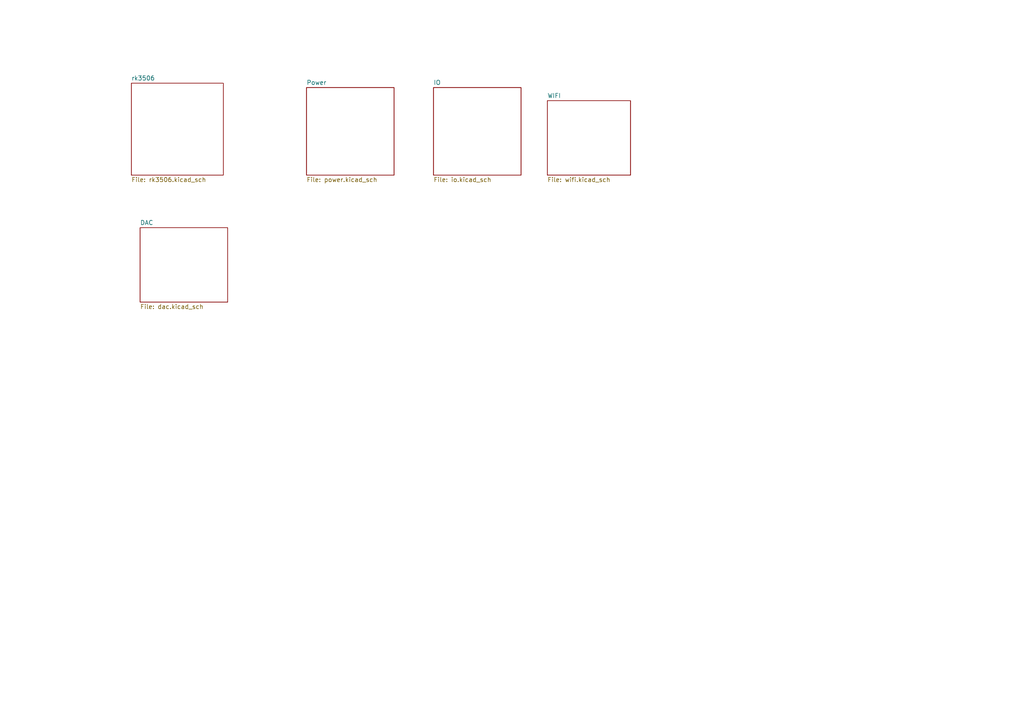
<source format=kicad_sch>
(kicad_sch
	(version 20250114)
	(generator "eeschema")
	(generator_version "9.0")
	(uuid "9e6d55f4-a9e8-48fa-bb52-b4e4e3117f8b")
	(paper "A4")
	(lib_symbols)
	(sheet
		(at 88.9 25.4)
		(size 25.4 25.4)
		(exclude_from_sim no)
		(in_bom yes)
		(on_board yes)
		(dnp no)
		(fields_autoplaced yes)
		(stroke
			(width 0.1524)
			(type solid)
		)
		(fill
			(color 0 0 0 0.0000)
		)
		(uuid "45b885e8-026d-42f0-9271-c60672108a75")
		(property "Sheetname" "Power"
			(at 88.9 24.6884 0)
			(effects
				(font
					(size 1.27 1.27)
				)
				(justify left bottom)
			)
		)
		(property "Sheetfile" "power.kicad_sch"
			(at 88.9 51.3846 0)
			(effects
				(font
					(size 1.27 1.27)
				)
				(justify left top)
			)
		)
		(instances
			(project "coloryr"
				(path "/9e6d55f4-a9e8-48fa-bb52-b4e4e3117f8b"
					(page "3")
				)
			)
		)
	)
	(sheet
		(at 40.64 66.04)
		(size 25.4 21.59)
		(exclude_from_sim no)
		(in_bom yes)
		(on_board yes)
		(dnp no)
		(fields_autoplaced yes)
		(stroke
			(width 0.1524)
			(type solid)
		)
		(fill
			(color 0 0 0 0.0000)
		)
		(uuid "8a8efada-1d6d-4bcc-828e-939af60bb626")
		(property "Sheetname" "DAC"
			(at 40.64 65.3284 0)
			(effects
				(font
					(size 1.27 1.27)
				)
				(justify left bottom)
			)
		)
		(property "Sheetfile" "dac.kicad_sch"
			(at 40.64 88.2146 0)
			(effects
				(font
					(size 1.27 1.27)
				)
				(justify left top)
			)
		)
		(instances
			(project "coloryr"
				(path "/9e6d55f4-a9e8-48fa-bb52-b4e4e3117f8b"
					(page "6")
				)
			)
		)
	)
	(sheet
		(at 158.75 29.21)
		(size 24.13 21.59)
		(exclude_from_sim no)
		(in_bom yes)
		(on_board yes)
		(dnp no)
		(fields_autoplaced yes)
		(stroke
			(width 0.1524)
			(type solid)
		)
		(fill
			(color 0 0 0 0.0000)
		)
		(uuid "948902b6-b2f7-4c71-911b-e81cfbf71b50")
		(property "Sheetname" "WIFI"
			(at 158.75 28.4984 0)
			(effects
				(font
					(size 1.27 1.27)
				)
				(justify left bottom)
			)
		)
		(property "Sheetfile" "wifi.kicad_sch"
			(at 158.75 51.3846 0)
			(effects
				(font
					(size 1.27 1.27)
				)
				(justify left top)
			)
		)
		(instances
			(project "coloryr"
				(path "/9e6d55f4-a9e8-48fa-bb52-b4e4e3117f8b"
					(page "5")
				)
			)
		)
	)
	(sheet
		(at 38.1 24.13)
		(size 26.67 26.67)
		(exclude_from_sim no)
		(in_bom yes)
		(on_board yes)
		(dnp no)
		(fields_autoplaced yes)
		(stroke
			(width 0.1524)
			(type solid)
		)
		(fill
			(color 0 0 0 0.0000)
		)
		(uuid "a64ce204-e78e-4a81-b82d-779b06b2e2e4")
		(property "Sheetname" "rk3506"
			(at 38.1 23.4184 0)
			(effects
				(font
					(size 1.27 1.27)
				)
				(justify left bottom)
			)
		)
		(property "Sheetfile" "rk3506.kicad_sch"
			(at 38.1 51.3846 0)
			(effects
				(font
					(size 1.27 1.27)
				)
				(justify left top)
			)
		)
		(instances
			(project "coloryr"
				(path "/9e6d55f4-a9e8-48fa-bb52-b4e4e3117f8b"
					(page "2")
				)
			)
		)
	)
	(sheet
		(at 125.73 25.4)
		(size 25.4 25.4)
		(exclude_from_sim no)
		(in_bom yes)
		(on_board yes)
		(dnp no)
		(fields_autoplaced yes)
		(stroke
			(width 0.1524)
			(type solid)
		)
		(fill
			(color 0 0 0 0.0000)
		)
		(uuid "d9c616e1-2298-455a-b24a-3007b8e9dd7b")
		(property "Sheetname" "IO"
			(at 125.73 24.6884 0)
			(effects
				(font
					(size 1.27 1.27)
				)
				(justify left bottom)
			)
		)
		(property "Sheetfile" "io.kicad_sch"
			(at 125.73 51.3846 0)
			(effects
				(font
					(size 1.27 1.27)
				)
				(justify left top)
			)
		)
		(instances
			(project "coloryr"
				(path "/9e6d55f4-a9e8-48fa-bb52-b4e4e3117f8b"
					(page "4")
				)
			)
		)
	)
	(sheet_instances
		(path "/"
			(page "1")
		)
	)
	(embedded_fonts no)
)

</source>
